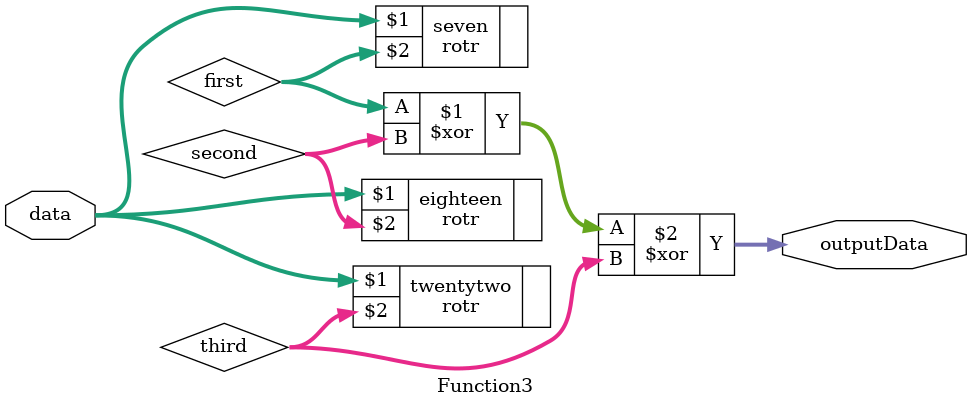
<source format=v>
`timescale 1ns / 1ps


module Function3(
    input [31:0] data,
    output [31:0] outputData
    );
    wire [31:0] first;
    wire [31:0] second;
    wire [31:0] third;
    rotr #(2) seven (data,first);
    rotr #(13) eighteen (data,second);
    rotr #(22) twentytwo (data,third);
    assign outputData = (first^second^third);
endmodule

</source>
